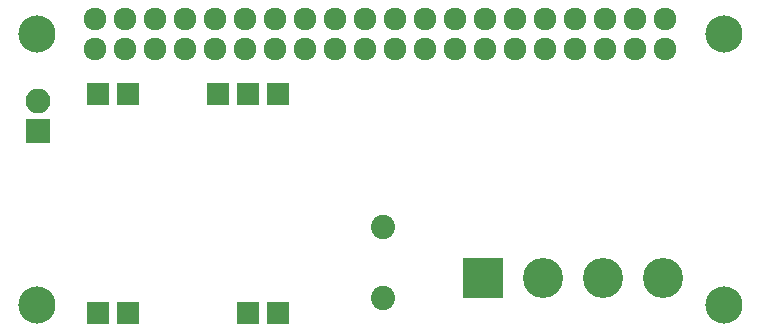
<source format=gbs>
G04 #@! TF.FileFunction,Soldermask,Bot*
%FSLAX46Y46*%
G04 Gerber Fmt 4.6, Leading zero omitted, Abs format (unit mm)*
G04 Created by KiCad (PCBNEW 4.0.7-e2-6376~58~ubuntu16.04.1) date Sun Dec 31 15:52:29 2017*
%MOMM*%
%LPD*%
G01*
G04 APERTURE LIST*
%ADD10C,0.100000*%
%ADD11C,3.400000*%
%ADD12R,3.400000X3.400000*%
%ADD13C,2.050000*%
%ADD14C,1.924000*%
%ADD15C,3.150000*%
%ADD16R,2.100000X2.100000*%
%ADD17O,2.100000X2.100000*%
%ADD18R,1.924000X1.924000*%
G04 APERTURE END LIST*
D10*
D11*
X196875400Y-131191000D03*
X201955400Y-131191000D03*
D12*
X191795400Y-131191000D03*
D11*
X207035400Y-131191000D03*
D13*
X183388000Y-132890000D03*
X183388000Y-126890000D03*
D14*
X159004000Y-111760000D03*
X159004000Y-109220000D03*
X161544000Y-111760000D03*
X161544000Y-109220000D03*
X164084000Y-111760000D03*
X164084000Y-109220000D03*
X166624000Y-111760000D03*
X166624000Y-109220000D03*
X169164000Y-111760000D03*
X169164000Y-109220000D03*
X171704000Y-111760000D03*
X171704000Y-109220000D03*
X174244000Y-111760000D03*
X174244000Y-109220000D03*
X176784000Y-111760000D03*
X176784000Y-109220000D03*
X179324000Y-111760000D03*
X179324000Y-109220000D03*
X181864000Y-111760000D03*
X181864000Y-109220000D03*
X184404000Y-111760000D03*
X184404000Y-109220000D03*
X186944000Y-111760000D03*
X186944000Y-109220000D03*
X189484000Y-111760000D03*
X189484000Y-109220000D03*
X192024000Y-111760000D03*
X192024000Y-109220000D03*
X194564000Y-111760000D03*
X194564000Y-109220000D03*
X197104000Y-111760000D03*
X197104000Y-109220000D03*
X199644000Y-111760000D03*
X199644000Y-109220000D03*
X202184000Y-111760000D03*
X202184000Y-109220000D03*
X204724000Y-111760000D03*
X204724000Y-109220000D03*
X207264000Y-111760000D03*
X207264000Y-109220000D03*
D15*
X154051000Y-110490000D03*
X212217000Y-110490000D03*
X154051000Y-133477000D03*
X212217000Y-133477000D03*
D16*
X154178000Y-118745000D03*
D17*
X154178000Y-116205000D03*
D18*
X174498000Y-134112000D03*
X171958000Y-134112000D03*
X161798000Y-134112000D03*
X159258000Y-134112000D03*
X174498000Y-115570000D03*
X171958000Y-115570000D03*
X169418000Y-115570000D03*
X161798000Y-115570000D03*
X159258000Y-115570000D03*
M02*

</source>
